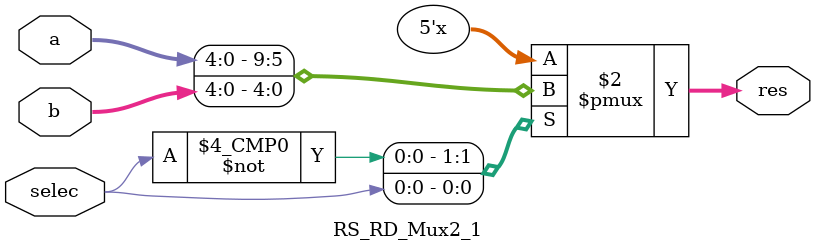
<source format=v>
module RS_RD_Mux2_1(
    input [4:0] a,
    input [4:0] b,
    input selec,
    output reg [4:0] res
);

always @*
begin
    
    case (selec)

    1'b0:
    begin
        res = a;
        
    end

    1'b1:
    begin
        res = b;
    end
    endcase

end
endmodule



</source>
